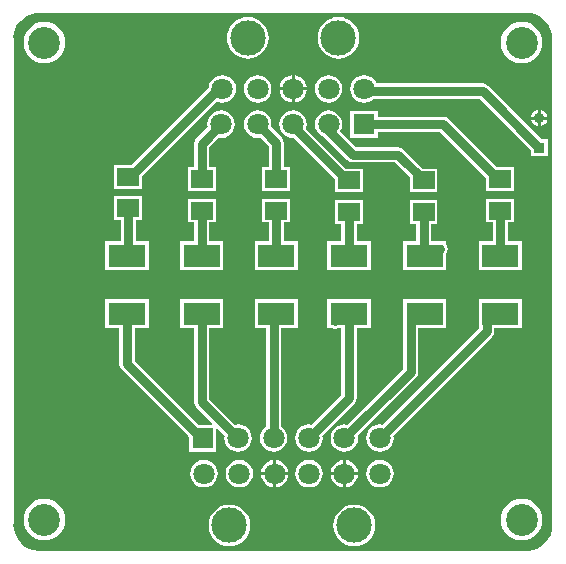
<source format=gtl>
G04*
G04 #@! TF.GenerationSoftware,Altium Limited,Altium Designer,20.0.9 (164)*
G04*
G04 Layer_Physical_Order=1*
G04 Layer_Color=255*
%FSLAX25Y25*%
%MOIN*%
G70*
G01*
G75*
%ADD13R,0.12402X0.07717*%
%ADD14R,0.07284X0.05906*%
%ADD23C,0.03000*%
%ADD24C,0.07087*%
%ADD25R,0.07087X0.07087*%
%ADD26C,0.11811*%
%ADD27C,0.03543*%
%ADD28R,0.03543X0.03543*%
%ADD29C,0.10630*%
G36*
X10360Y180754D02*
X172874D01*
X172933Y180766D01*
X174415Y180620D01*
X175896Y180170D01*
X177262Y179441D01*
X178413Y178496D01*
X178446Y178446D01*
X178514Y178401D01*
X179613Y177062D01*
X180468Y175463D01*
X180994Y173728D01*
X181164Y172004D01*
X181148Y171924D01*
Y12598D01*
Y9803D01*
X181159Y9744D01*
X181014Y8262D01*
X180564Y6781D01*
X179834Y5415D01*
X178889Y4264D01*
X178840Y4231D01*
X178196Y3587D01*
X178170Y3549D01*
X177139Y2702D01*
X175922Y2052D01*
X174601Y1651D01*
X173273Y1520D01*
X173228Y1529D01*
X9803D01*
X9744Y1518D01*
X8262Y1664D01*
X6781Y2113D01*
X5415Y2843D01*
X4264Y3788D01*
X4231Y3837D01*
X4163Y3883D01*
X3064Y5222D01*
X2209Y6821D01*
X1683Y8556D01*
X1513Y10279D01*
X1529Y10360D01*
Y172480D01*
X1518Y172539D01*
X1664Y174021D01*
X2113Y175503D01*
X2843Y176868D01*
X3788Y178019D01*
X3837Y178052D01*
X3883Y178121D01*
X5222Y179219D01*
X6821Y180074D01*
X8556Y180600D01*
X10279Y180770D01*
X10360Y180754D01*
D02*
G37*
%LPC*%
G36*
X109843Y179380D02*
X108489Y179246D01*
X107187Y178852D01*
X105988Y178210D01*
X104936Y177348D01*
X104073Y176296D01*
X103432Y175096D01*
X103037Y173795D01*
X102904Y172441D01*
X103037Y171087D01*
X103432Y169785D01*
X104073Y168586D01*
X104936Y167534D01*
X105988Y166671D01*
X107187Y166030D01*
X108489Y165635D01*
X109843Y165502D01*
X111196Y165635D01*
X112498Y166030D01*
X113698Y166671D01*
X114749Y167534D01*
X115612Y168586D01*
X116253Y169785D01*
X116648Y171087D01*
X116781Y172441D01*
X116648Y173795D01*
X116253Y175096D01*
X115612Y176296D01*
X114749Y177348D01*
X113698Y178210D01*
X112498Y178852D01*
X111196Y179246D01*
X109843Y179380D01*
D02*
G37*
G36*
X79606D02*
X78252Y179246D01*
X76950Y178852D01*
X75751Y178210D01*
X74699Y177348D01*
X73836Y176296D01*
X73195Y175096D01*
X72800Y173795D01*
X72667Y172441D01*
X72800Y171087D01*
X73195Y169785D01*
X73836Y168586D01*
X74699Y167534D01*
X75751Y166671D01*
X76950Y166030D01*
X78252Y165635D01*
X79606Y165502D01*
X80959Y165635D01*
X82261Y166030D01*
X83461Y166671D01*
X84512Y167534D01*
X85375Y168586D01*
X86016Y169785D01*
X86411Y171087D01*
X86545Y172441D01*
X86411Y173795D01*
X86016Y175096D01*
X85375Y176296D01*
X84512Y177348D01*
X83461Y178210D01*
X82261Y178852D01*
X80959Y179246D01*
X79606Y179380D01*
D02*
G37*
G36*
X170866Y177805D02*
X169512Y177672D01*
X168211Y177277D01*
X167011Y176636D01*
X165960Y175773D01*
X165097Y174721D01*
X164455Y173522D01*
X164060Y172220D01*
X163927Y170866D01*
X164060Y169512D01*
X164455Y168211D01*
X165097Y167011D01*
X165960Y165960D01*
X167011Y165097D01*
X168211Y164455D01*
X169512Y164060D01*
X170866Y163927D01*
X172220Y164060D01*
X173522Y164455D01*
X174721Y165097D01*
X175773Y165960D01*
X176636Y167011D01*
X177277Y168211D01*
X177672Y169512D01*
X177805Y170866D01*
X177672Y172220D01*
X177277Y173522D01*
X176636Y174721D01*
X175773Y175773D01*
X174721Y176636D01*
X173522Y177277D01*
X172220Y177672D01*
X170866Y177805D01*
D02*
G37*
G36*
X11811D02*
X10457Y177672D01*
X9156Y177277D01*
X7956Y176636D01*
X6904Y175773D01*
X6041Y174721D01*
X5400Y173522D01*
X5005Y172220D01*
X4872Y170866D01*
X5005Y169512D01*
X5400Y168211D01*
X6041Y167011D01*
X6904Y165960D01*
X7956Y165097D01*
X9156Y164455D01*
X10457Y164060D01*
X11811Y163927D01*
X13165Y164060D01*
X14466Y164455D01*
X15666Y165097D01*
X16718Y165960D01*
X17581Y167011D01*
X18222Y168211D01*
X18617Y169512D01*
X18750Y170866D01*
X18617Y172220D01*
X18222Y173522D01*
X17581Y174721D01*
X16718Y175773D01*
X15666Y176636D01*
X14466Y177277D01*
X13165Y177672D01*
X11811Y177805D01*
D02*
G37*
G36*
X95224Y159950D02*
Y155933D01*
X99241D01*
X99151Y156619D01*
X98693Y157724D01*
X97965Y158673D01*
X97016Y159402D01*
X95911Y159859D01*
X95224Y159950D01*
D02*
G37*
G36*
X94224D02*
X93538Y159859D01*
X92433Y159402D01*
X91484Y158673D01*
X90756Y157724D01*
X90298Y156619D01*
X90208Y155933D01*
X94224D01*
Y159950D01*
D02*
G37*
G36*
X99241Y154933D02*
X95224D01*
Y150916D01*
X95911Y151007D01*
X97016Y151464D01*
X97965Y152193D01*
X98693Y153142D01*
X99151Y154247D01*
X99241Y154933D01*
D02*
G37*
G36*
X94224D02*
X90208D01*
X90298Y154247D01*
X90756Y153142D01*
X91484Y152193D01*
X92433Y151464D01*
X93538Y151007D01*
X94224Y150916D01*
Y154933D01*
D02*
G37*
G36*
X106535Y160016D02*
X105349Y159859D01*
X104244Y159402D01*
X103295Y158673D01*
X102567Y157724D01*
X102109Y156619D01*
X101953Y155433D01*
X102109Y154247D01*
X102567Y153142D01*
X103295Y152193D01*
X104244Y151464D01*
X105349Y151007D01*
X106535Y150851D01*
X107721Y151007D01*
X108827Y151464D01*
X109776Y152193D01*
X110504Y153142D01*
X110962Y154247D01*
X111118Y155433D01*
X110962Y156619D01*
X110504Y157724D01*
X109776Y158673D01*
X108827Y159402D01*
X107721Y159859D01*
X106535Y160016D01*
D02*
G37*
G36*
X82913D02*
X81727Y159859D01*
X80622Y159402D01*
X79673Y158673D01*
X78945Y157724D01*
X78487Y156619D01*
X78331Y155433D01*
X78487Y154247D01*
X78945Y153142D01*
X79673Y152193D01*
X80622Y151464D01*
X81727Y151007D01*
X82913Y150851D01*
X84099Y151007D01*
X85205Y151464D01*
X86154Y152193D01*
X86882Y153142D01*
X87340Y154247D01*
X87496Y155433D01*
X87340Y156619D01*
X86882Y157724D01*
X86154Y158673D01*
X85205Y159402D01*
X84099Y159859D01*
X82913Y160016D01*
D02*
G37*
G36*
X71102D02*
X69916Y159859D01*
X68810Y159402D01*
X67861Y158673D01*
X67133Y157724D01*
X66675Y156619D01*
X66568Y155803D01*
X40801Y130035D01*
X35122D01*
Y122130D01*
X44405D01*
Y126431D01*
X69255Y151280D01*
X69916Y151007D01*
X71102Y150851D01*
X72288Y151007D01*
X73393Y151464D01*
X74342Y152193D01*
X75070Y153142D01*
X75528Y154247D01*
X75684Y155433D01*
X75528Y156619D01*
X75070Y157724D01*
X74342Y158673D01*
X73393Y159402D01*
X72288Y159859D01*
X71102Y160016D01*
D02*
G37*
G36*
X177272Y148399D02*
Y146169D01*
X179501D01*
X179472Y146393D01*
X179193Y147067D01*
X178748Y147646D01*
X178169Y148090D01*
X177495Y148370D01*
X177272Y148399D01*
D02*
G37*
G36*
X176272D02*
X176048Y148370D01*
X175374Y148090D01*
X174795Y147646D01*
X174351Y147067D01*
X174071Y146393D01*
X174042Y146169D01*
X176272D01*
Y148399D01*
D02*
G37*
G36*
Y145169D02*
X174042D01*
X174071Y144946D01*
X174351Y144272D01*
X174795Y143693D01*
X175374Y143248D01*
X176048Y142969D01*
X176272Y142940D01*
Y145169D01*
D02*
G37*
G36*
X179501D02*
X177272D01*
Y142940D01*
X177495Y142969D01*
X178169Y143248D01*
X178748Y143693D01*
X179193Y144272D01*
X179472Y144946D01*
X179501Y145169D01*
D02*
G37*
G36*
X70709Y148205D02*
X69523Y148049D01*
X68417Y147591D01*
X67468Y146863D01*
X66740Y145914D01*
X66282Y144809D01*
X66126Y143623D01*
X66240Y142759D01*
X62454Y138972D01*
X61901Y138146D01*
X61707Y137170D01*
Y129248D01*
X59614D01*
Y121343D01*
X68898D01*
Y129248D01*
X66805D01*
Y136114D01*
X69845Y139154D01*
X70709Y139040D01*
X71895Y139197D01*
X73000Y139654D01*
X73949Y140383D01*
X74677Y141332D01*
X75135Y142437D01*
X75291Y143623D01*
X75135Y144809D01*
X74677Y145914D01*
X73949Y146863D01*
X73000Y147591D01*
X71895Y148049D01*
X70709Y148205D01*
D02*
G37*
G36*
X118347Y160016D02*
X117160Y159859D01*
X116055Y159402D01*
X115106Y158673D01*
X114378Y157724D01*
X113920Y156619D01*
X113764Y155433D01*
X113920Y154247D01*
X114378Y153142D01*
X115106Y152193D01*
X116055Y151464D01*
X117160Y151007D01*
X118347Y150851D01*
X119533Y151007D01*
X120638Y151464D01*
X121564Y152175D01*
X156818D01*
X174000Y134994D01*
Y133055D01*
X179543D01*
Y138598D01*
X177605D01*
X159676Y156527D01*
X158850Y157079D01*
X157874Y157273D01*
X122502D01*
X122315Y157724D01*
X121587Y158673D01*
X120638Y159402D01*
X119533Y159859D01*
X118347Y160016D01*
D02*
G37*
G36*
X82914Y148205D02*
X81728Y148049D01*
X80623Y147591D01*
X79674Y146863D01*
X78945Y145914D01*
X78488Y144809D01*
X78332Y143623D01*
X78488Y142437D01*
X78945Y141332D01*
X79674Y140383D01*
X80623Y139654D01*
X81728Y139197D01*
X82914Y139040D01*
X83778Y139154D01*
X86589Y136343D01*
Y129248D01*
X84496D01*
Y121343D01*
X93779D01*
Y129248D01*
X91687D01*
Y137399D01*
X91493Y138375D01*
X90940Y139202D01*
X87383Y142759D01*
X87497Y143623D01*
X87340Y144809D01*
X86883Y145914D01*
X86154Y146863D01*
X85205Y147591D01*
X84100Y148049D01*
X82914Y148205D01*
D02*
G37*
G36*
X122890Y148166D02*
X113804D01*
Y139080D01*
X122890D01*
Y141074D01*
X143711D01*
X159142Y125643D01*
Y121343D01*
X168425D01*
Y129248D01*
X162747D01*
X146569Y145425D01*
X145742Y145978D01*
X144767Y146172D01*
X122890D01*
Y148166D01*
D02*
G37*
G36*
X94725Y148205D02*
X93539Y148049D01*
X92434Y147591D01*
X91485Y146863D01*
X90756Y145914D01*
X90299Y144809D01*
X90143Y143623D01*
X90299Y142437D01*
X90756Y141332D01*
X91485Y140383D01*
X92434Y139654D01*
X93539Y139197D01*
X94725Y139040D01*
X94927Y139067D01*
X108744Y125250D01*
Y120949D01*
X118028D01*
Y128854D01*
X112349D01*
X99039Y142165D01*
X99151Y142437D01*
X99308Y143623D01*
X99151Y144809D01*
X98694Y145914D01*
X97965Y146863D01*
X97016Y147591D01*
X95911Y148049D01*
X94725Y148205D01*
D02*
G37*
G36*
X106536D02*
X105350Y148049D01*
X104245Y147591D01*
X103296Y146863D01*
X102568Y145914D01*
X102110Y144809D01*
X101954Y143623D01*
X102110Y142437D01*
X102568Y141332D01*
X103296Y140383D01*
X104245Y139654D01*
X105145Y139281D01*
X112765Y131662D01*
X113592Y131110D01*
X114567Y130916D01*
X128570D01*
X133547Y125938D01*
Y120949D01*
X142831D01*
Y128854D01*
X137841D01*
X131428Y135267D01*
X130601Y135819D01*
X129626Y136014D01*
X115623D01*
X110418Y141218D01*
X110505Y141332D01*
X110962Y142437D01*
X111119Y143623D01*
X110962Y144809D01*
X110505Y145914D01*
X109776Y146863D01*
X108827Y147591D01*
X107722Y148049D01*
X106536Y148205D01*
D02*
G37*
G36*
X142831Y118421D02*
X133547D01*
Y110516D01*
X135640D01*
Y104661D01*
X131382D01*
Y94945D01*
X145783D01*
Y100725D01*
X146091Y101186D01*
X146285Y102161D01*
X146091Y103137D01*
X145783Y103597D01*
Y104661D01*
X143983D01*
X143736Y104710D01*
X140941D01*
X140738Y104877D01*
Y110516D01*
X142831D01*
Y118421D01*
D02*
G37*
G36*
X118028Y118421D02*
X108744D01*
Y110516D01*
X110837D01*
Y104661D01*
X106185D01*
Y94945D01*
X120587D01*
Y104661D01*
X115935D01*
Y110516D01*
X118028D01*
Y118421D01*
D02*
G37*
G36*
X93779Y118815D02*
X84496D01*
Y110909D01*
X86589D01*
Y104661D01*
X81933D01*
Y94945D01*
X96335D01*
Y104661D01*
X91687D01*
Y110909D01*
X93779D01*
Y118815D01*
D02*
G37*
G36*
X68898Y118815D02*
X59614D01*
Y110909D01*
X61707D01*
Y104661D01*
X57051D01*
Y94945D01*
X71453D01*
Y104661D01*
X66805D01*
Y110909D01*
X68898D01*
Y118815D01*
D02*
G37*
G36*
X44405Y119602D02*
X35122D01*
Y111697D01*
X37215D01*
Y104661D01*
X32169D01*
Y94945D01*
X46571D01*
Y104661D01*
X42313D01*
Y111697D01*
X44405D01*
Y119602D01*
D02*
G37*
G36*
X168425Y118815D02*
X159142D01*
Y110909D01*
X161234D01*
Y104661D01*
X156579D01*
Y94945D01*
X170980D01*
Y104661D01*
X166332D01*
Y110909D01*
X168425D01*
Y118815D01*
D02*
G37*
G36*
X170980Y85370D02*
X156579D01*
Y75653D01*
X156579Y75653D01*
X156579D01*
X156315Y75274D01*
X124486Y43445D01*
X123622Y43559D01*
X122436Y43403D01*
X121331Y42945D01*
X120382Y42217D01*
X119653Y41268D01*
X119196Y40162D01*
X119040Y38976D01*
X119196Y37790D01*
X119653Y36685D01*
X120382Y35736D01*
X121331Y35008D01*
X122436Y34550D01*
X123622Y34394D01*
X124808Y34550D01*
X125913Y35008D01*
X126862Y35736D01*
X127591Y36685D01*
X128048Y37790D01*
X128205Y38976D01*
X128091Y39840D01*
X161059Y72809D01*
X161612Y73636D01*
X161806Y74611D01*
Y75653D01*
X170980D01*
Y85370D01*
D02*
G37*
G36*
X71453Y85370D02*
X57051D01*
Y75653D01*
X61703D01*
Y51102D01*
X61897Y50127D01*
X62450Y49300D01*
X67768Y43982D01*
X67577Y43520D01*
X63235D01*
X41919Y64835D01*
Y75653D01*
X46571D01*
Y85370D01*
X32169D01*
Y75653D01*
X36821D01*
Y63779D01*
X37015Y62804D01*
X37568Y61977D01*
X60024Y39521D01*
Y34433D01*
X69110D01*
Y41986D01*
X69572Y42177D01*
X71909Y39840D01*
X71795Y38976D01*
X71952Y37790D01*
X72409Y36685D01*
X73138Y35736D01*
X74087Y35008D01*
X75192Y34550D01*
X76378Y34394D01*
X77564Y34550D01*
X78669Y35008D01*
X79618Y35736D01*
X80347Y36685D01*
X80804Y37790D01*
X80961Y38976D01*
X80804Y40162D01*
X80347Y41268D01*
X79618Y42217D01*
X78669Y42945D01*
X77564Y43403D01*
X76378Y43559D01*
X75514Y43445D01*
X66801Y52158D01*
Y75653D01*
X71453D01*
Y85370D01*
D02*
G37*
G36*
X145783D02*
X131382D01*
Y78400D01*
X131333Y78154D01*
Y62103D01*
X112675Y43445D01*
X111811Y43559D01*
X110625Y43403D01*
X109520Y42945D01*
X108571Y42217D01*
X107843Y41268D01*
X107385Y40162D01*
X107229Y38976D01*
X107385Y37790D01*
X107843Y36685D01*
X108571Y35736D01*
X109520Y35008D01*
X110625Y34550D01*
X111811Y34394D01*
X112997Y34550D01*
X114102Y35008D01*
X115051Y35736D01*
X115780Y36685D01*
X116237Y37790D01*
X116393Y38976D01*
X116280Y39840D01*
X135684Y59245D01*
X136237Y60072D01*
X136431Y61047D01*
Y75653D01*
X145783D01*
Y85370D01*
D02*
G37*
G36*
X120587D02*
X106185D01*
Y78400D01*
X106136Y78154D01*
Y77898D01*
X106185Y77651D01*
Y75653D01*
X107544D01*
X107710Y75543D01*
X108685Y75349D01*
X109660Y75543D01*
X109826Y75653D01*
X110837D01*
Y53418D01*
X100864Y43445D01*
X100000Y43559D01*
X98814Y43403D01*
X97709Y42945D01*
X96760Y42217D01*
X96031Y41268D01*
X95574Y40162D01*
X95417Y38976D01*
X95574Y37790D01*
X96031Y36685D01*
X96760Y35736D01*
X97709Y35008D01*
X98814Y34550D01*
X100000Y34394D01*
X101186Y34550D01*
X102291Y35008D01*
X103240Y35736D01*
X103969Y36685D01*
X104426Y37790D01*
X104583Y38976D01*
X104469Y39840D01*
X115188Y50560D01*
X115741Y51387D01*
X115935Y52362D01*
Y75653D01*
X120587D01*
Y85370D01*
D02*
G37*
G36*
X96335D02*
X81933D01*
Y75653D01*
X85640D01*
Y42747D01*
X84949Y42217D01*
X84220Y41268D01*
X83763Y40162D01*
X83606Y38976D01*
X83763Y37790D01*
X84220Y36685D01*
X84949Y35736D01*
X85898Y35008D01*
X87003Y34550D01*
X88189Y34394D01*
X89375Y34550D01*
X90480Y35008D01*
X91429Y35736D01*
X92158Y36685D01*
X92615Y37790D01*
X92772Y38976D01*
X92615Y40162D01*
X92158Y41268D01*
X91429Y42217D01*
X90738Y42747D01*
Y75653D01*
X96335D01*
Y85370D01*
D02*
G37*
G36*
X89083Y31682D02*
Y27665D01*
X93099D01*
X93009Y28351D01*
X92551Y29457D01*
X91823Y30406D01*
X90874Y31134D01*
X89769Y31592D01*
X89083Y31682D01*
D02*
G37*
G36*
X112311D02*
Y27665D01*
X116328D01*
X116237Y28351D01*
X115780Y29457D01*
X115051Y30406D01*
X114102Y31134D01*
X112997Y31592D01*
X112311Y31682D01*
D02*
G37*
G36*
X88083D02*
X87397Y31592D01*
X86291Y31134D01*
X85342Y30406D01*
X84614Y29457D01*
X84156Y28351D01*
X84066Y27665D01*
X88083D01*
Y31682D01*
D02*
G37*
G36*
X111311D02*
X110625Y31592D01*
X109520Y31134D01*
X108571Y30406D01*
X107843Y29457D01*
X107385Y28351D01*
X107294Y27665D01*
X111311D01*
Y31682D01*
D02*
G37*
G36*
X116328Y26665D02*
X112311D01*
Y22649D01*
X112997Y22739D01*
X114102Y23197D01*
X115051Y23925D01*
X115780Y24874D01*
X116237Y25979D01*
X116328Y26665D01*
D02*
G37*
G36*
X93099D02*
X89083D01*
Y22649D01*
X89769Y22739D01*
X90874Y23197D01*
X91823Y23925D01*
X92551Y24874D01*
X93009Y25979D01*
X93099Y26665D01*
D02*
G37*
G36*
X111311D02*
X107294D01*
X107385Y25979D01*
X107843Y24874D01*
X108571Y23925D01*
X109520Y23197D01*
X110625Y22739D01*
X111311Y22649D01*
Y26665D01*
D02*
G37*
G36*
X88083D02*
X84066D01*
X84156Y25979D01*
X84614Y24874D01*
X85342Y23925D01*
X86291Y23197D01*
X87397Y22739D01*
X88083Y22649D01*
Y26665D01*
D02*
G37*
G36*
X123622Y31748D02*
X122436Y31592D01*
X121331Y31134D01*
X120382Y30406D01*
X119653Y29457D01*
X119196Y28351D01*
X119040Y27165D01*
X119196Y25979D01*
X119653Y24874D01*
X120382Y23925D01*
X121331Y23197D01*
X122436Y22739D01*
X123622Y22583D01*
X124808Y22739D01*
X125913Y23197D01*
X126862Y23925D01*
X127591Y24874D01*
X128048Y25979D01*
X128205Y27165D01*
X128048Y28351D01*
X127591Y29457D01*
X126862Y30406D01*
X125913Y31134D01*
X124808Y31592D01*
X123622Y31748D01*
D02*
G37*
G36*
X100000D02*
X98814Y31592D01*
X97709Y31134D01*
X96760Y30406D01*
X96031Y29457D01*
X95574Y28351D01*
X95417Y27165D01*
X95574Y25979D01*
X96031Y24874D01*
X96760Y23925D01*
X97709Y23197D01*
X98814Y22739D01*
X100000Y22583D01*
X101186Y22739D01*
X102291Y23197D01*
X103240Y23925D01*
X103969Y24874D01*
X104426Y25979D01*
X104583Y27165D01*
X104426Y28351D01*
X103969Y29457D01*
X103240Y30406D01*
X102291Y31134D01*
X101186Y31592D01*
X100000Y31748D01*
D02*
G37*
G36*
X76772D02*
X75586Y31592D01*
X74480Y31134D01*
X73531Y30406D01*
X72803Y29457D01*
X72345Y28351D01*
X72189Y27165D01*
X72345Y25979D01*
X72803Y24874D01*
X73531Y23925D01*
X74480Y23197D01*
X75586Y22739D01*
X76772Y22583D01*
X77958Y22739D01*
X79063Y23197D01*
X80012Y23925D01*
X80740Y24874D01*
X81198Y25979D01*
X81354Y27165D01*
X81198Y28351D01*
X80740Y29457D01*
X80012Y30406D01*
X79063Y31134D01*
X77958Y31592D01*
X76772Y31748D01*
D02*
G37*
G36*
X64961D02*
X63775Y31592D01*
X62669Y31134D01*
X61720Y30406D01*
X60992Y29457D01*
X60534Y28351D01*
X60378Y27165D01*
X60534Y25979D01*
X60992Y24874D01*
X61720Y23925D01*
X62669Y23197D01*
X63775Y22739D01*
X64961Y22583D01*
X66147Y22739D01*
X67252Y23197D01*
X68201Y23925D01*
X68929Y24874D01*
X69387Y25979D01*
X69543Y27165D01*
X69387Y28351D01*
X68929Y29457D01*
X68201Y30406D01*
X67252Y31134D01*
X66147Y31592D01*
X64961Y31748D01*
D02*
G37*
G36*
X170866Y18750D02*
X169512Y18617D01*
X168211Y18222D01*
X167011Y17581D01*
X165960Y16718D01*
X165097Y15666D01*
X164455Y14466D01*
X164060Y13165D01*
X163927Y11811D01*
X164060Y10457D01*
X164455Y9156D01*
X165097Y7956D01*
X165960Y6904D01*
X167011Y6041D01*
X168211Y5400D01*
X169512Y5005D01*
X170866Y4872D01*
X172220Y5005D01*
X173522Y5400D01*
X174721Y6041D01*
X175773Y6904D01*
X176636Y7956D01*
X177277Y9156D01*
X177672Y10457D01*
X177805Y11811D01*
X177672Y13165D01*
X177277Y14466D01*
X176636Y15666D01*
X175773Y16718D01*
X174721Y17581D01*
X173522Y18222D01*
X172220Y18617D01*
X170866Y18750D01*
D02*
G37*
G36*
X11811D02*
X10457Y18617D01*
X9156Y18222D01*
X7956Y17581D01*
X6904Y16718D01*
X6041Y15666D01*
X5400Y14466D01*
X5005Y13165D01*
X4872Y11811D01*
X5005Y10457D01*
X5400Y9156D01*
X6041Y7956D01*
X6904Y6904D01*
X7956Y6041D01*
X9156Y5400D01*
X10457Y5005D01*
X11811Y4872D01*
X13165Y5005D01*
X14466Y5400D01*
X15666Y6041D01*
X16718Y6904D01*
X17581Y7956D01*
X18222Y9156D01*
X18617Y10457D01*
X18750Y11811D01*
X18617Y13165D01*
X18222Y14466D01*
X17581Y15666D01*
X16718Y16718D01*
X15666Y17581D01*
X14466Y18222D01*
X13165Y18617D01*
X11811Y18750D01*
D02*
G37*
G36*
X115118Y16822D02*
X113764Y16688D01*
X112463Y16294D01*
X111263Y15652D01*
X110212Y14789D01*
X109349Y13738D01*
X108707Y12538D01*
X108312Y11236D01*
X108179Y9883D01*
X108312Y8529D01*
X108707Y7227D01*
X109349Y6028D01*
X110212Y4976D01*
X111263Y4113D01*
X112463Y3472D01*
X113764Y3077D01*
X115118Y2944D01*
X116472Y3077D01*
X117773Y3472D01*
X118973Y4113D01*
X120025Y4976D01*
X120888Y6028D01*
X121529Y7227D01*
X121924Y8529D01*
X122057Y9883D01*
X121924Y11236D01*
X121529Y12538D01*
X120888Y13738D01*
X120025Y14789D01*
X118973Y15652D01*
X117773Y16294D01*
X116472Y16688D01*
X115118Y16822D01*
D02*
G37*
G36*
X73465D02*
X72111Y16688D01*
X70809Y16294D01*
X69609Y15652D01*
X68558Y14789D01*
X67695Y13738D01*
X67054Y12538D01*
X66659Y11236D01*
X66526Y9883D01*
X66659Y8529D01*
X67054Y7227D01*
X67695Y6028D01*
X68558Y4976D01*
X69609Y4113D01*
X70809Y3472D01*
X72111Y3077D01*
X73465Y2944D01*
X74818Y3077D01*
X76120Y3472D01*
X77320Y4113D01*
X78371Y4976D01*
X79234Y6028D01*
X79875Y7227D01*
X80270Y8529D01*
X80404Y9883D01*
X80270Y11236D01*
X79875Y12538D01*
X79234Y13738D01*
X78371Y14789D01*
X77320Y15652D01*
X76120Y16294D01*
X74818Y16688D01*
X73465Y16822D01*
D02*
G37*
%LPD*%
D13*
X39370Y99803D02*
D03*
Y80512D02*
D03*
X64252D02*
D03*
Y99803D02*
D03*
X89134D02*
D03*
Y80512D02*
D03*
X138583D02*
D03*
Y99803D02*
D03*
X113386D02*
D03*
Y80512D02*
D03*
X163779Y80512D02*
D03*
Y99803D02*
D03*
D14*
X39764Y126083D02*
D03*
Y115650D02*
D03*
X163784Y114862D02*
D03*
Y125295D02*
D03*
X113386Y124902D02*
D03*
Y114469D02*
D03*
X138189Y114469D02*
D03*
Y124902D02*
D03*
X89138Y125295D02*
D03*
Y114862D02*
D03*
X64256Y114862D02*
D03*
Y125295D02*
D03*
D23*
X157874Y154724D02*
X176772Y135827D01*
X119564Y154724D02*
X157874D01*
X144767Y143623D02*
X163094Y125295D01*
X118347Y143623D02*
X144767D01*
X114567Y133465D02*
X129626D01*
X105749Y142283D02*
X114567Y133465D01*
X106536Y142517D02*
Y143623D01*
X129626Y133465D02*
X138189Y124902D01*
X39370Y63779D02*
Y80512D01*
X62524Y41020D02*
X64567Y38976D01*
X163094Y125295D02*
X163784D01*
X94725Y142873D02*
Y143623D01*
Y142873D02*
X112697Y124902D01*
X113386D01*
X89138Y125295D02*
Y137399D01*
X82914Y143623D02*
X89138Y137399D01*
X64256Y125295D02*
Y137170D01*
X70709Y143623D01*
X39764Y126083D02*
X40453D01*
X69021Y154651D01*
X70320D01*
X71102Y155433D01*
X159450Y78347D02*
X163937D01*
X123622Y38976D02*
X159257Y74611D01*
Y78154D02*
X159450Y78347D01*
X159257Y74611D02*
Y78154D01*
X111811Y38976D02*
X133882Y61047D01*
Y78154D01*
X100000Y38976D02*
X113386Y52362D01*
Y80512D01*
X88189Y38976D02*
Y79567D01*
X89134Y80512D01*
X64252Y51102D02*
Y80512D01*
Y51102D02*
X76378Y38976D01*
X62130Y41020D02*
X62524D01*
X39370Y63779D02*
X62130Y41020D01*
X163779Y99803D02*
X163784Y99807D01*
Y114862D01*
X138189Y100197D02*
X138583Y99803D01*
X138189Y100197D02*
Y114469D01*
X113386Y99803D02*
Y114469D01*
X89134Y99803D02*
X89138Y99807D01*
Y114862D01*
X64252Y99803D02*
X64256Y99807D01*
Y114862D01*
X39370Y99803D02*
X39764Y100197D01*
Y115650D01*
X111043Y80512D02*
X113386D01*
X133882Y78154D02*
X136240Y80512D01*
X138583D01*
Y99803D02*
X140941Y102161D01*
X163779Y99803D02*
X166122D01*
X108685Y78154D02*
X111043Y80512D01*
X108685Y77898D02*
Y78154D01*
X140941Y102161D02*
X143736D01*
X89134Y80512D02*
X91476D01*
D24*
X123622Y27165D02*
D03*
X111811D02*
D03*
X76378Y38976D02*
D03*
X88189D02*
D03*
X100000D02*
D03*
X123622D02*
D03*
X64961Y27165D02*
D03*
X76772D02*
D03*
X88583D02*
D03*
X111811Y38976D02*
D03*
X100000Y27165D02*
D03*
X94724Y155433D02*
D03*
X71102D02*
D03*
X70709Y143623D02*
D03*
X82913Y155433D02*
D03*
X106535D02*
D03*
X118347D02*
D03*
X82914Y143623D02*
D03*
X94725D02*
D03*
X106536D02*
D03*
D25*
X64567Y38976D02*
D03*
X118347Y143623D02*
D03*
D26*
X115118Y9883D02*
D03*
X73465D02*
D03*
X109843Y172441D02*
D03*
X79606D02*
D03*
D27*
X176772Y145669D02*
D03*
D28*
Y135827D02*
D03*
D29*
X11811Y170866D02*
D03*
Y11811D02*
D03*
X170866D02*
D03*
Y170866D02*
D03*
M02*

</source>
